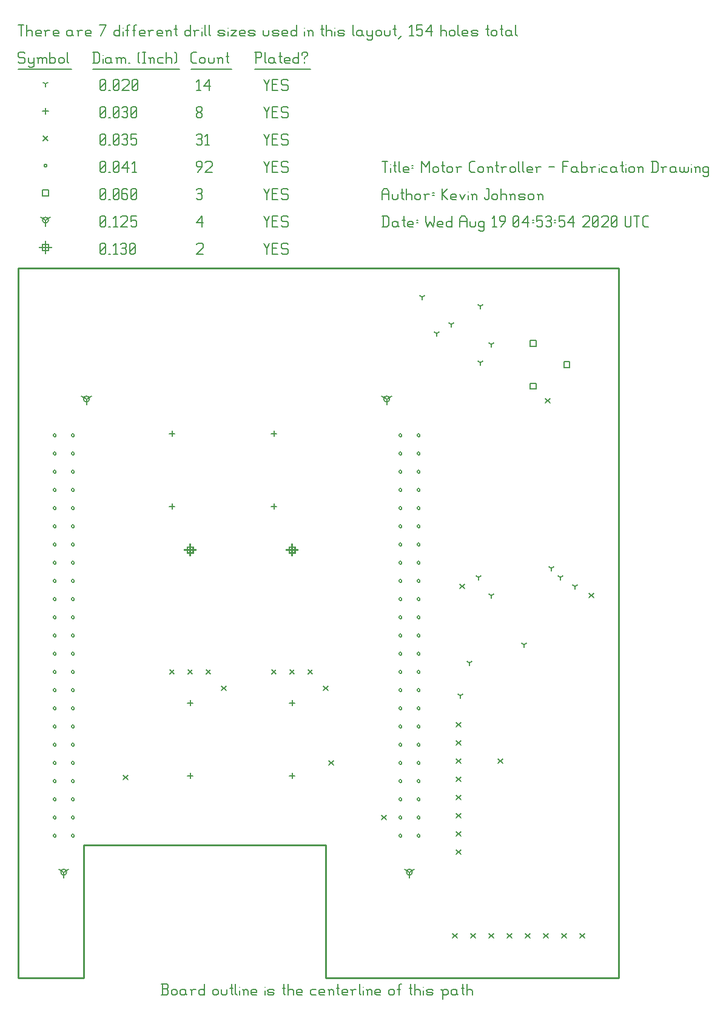
<source format=gbr>
G04 start of page 11 for group -3984 idx -3984 *
G04 Title: Motor Controller, fab *
G04 Creator: pcb 4.0.2 *
G04 CreationDate: Wed Aug 19 04:53:54 2020 UTC *
G04 For: kevin *
G04 Format: Gerber/RS-274X *
G04 PCB-Dimensions (mil): 3300.00 3900.00 *
G04 PCB-Coordinate-Origin: lower left *
%MOIN*%
%FSLAX25Y25*%
%LNFAB*%
%ADD76C,0.0100*%
%ADD75C,0.0075*%
%ADD74C,0.0060*%
%ADD73R,0.0080X0.0080*%
G54D73*X150500Y238200D02*Y231800D01*
X147300Y235000D02*X153700D01*
X148900Y236600D02*X152100D01*
X148900D02*Y233400D01*
X152100D01*
Y236600D02*Y233400D01*
X94500Y238200D02*Y231800D01*
X91300Y235000D02*X97700D01*
X92900Y236600D02*X96100D01*
X92900D02*Y233400D01*
X96100D01*
Y236600D02*Y233400D01*
X15000Y404450D02*Y398050D01*
X11800Y401250D02*X18200D01*
X13400Y402850D02*X16600D01*
X13400D02*Y399650D01*
X16600D01*
Y402850D02*Y399650D01*
G54D74*X135000Y403500D02*X136500Y400500D01*
X138000Y403500D01*
X136500Y400500D02*Y397500D01*
X139800Y400800D02*X142050D01*
X139800Y397500D02*X142800D01*
X139800Y403500D02*Y397500D01*
Y403500D02*X142800D01*
X147600D02*X148350Y402750D01*
X145350Y403500D02*X147600D01*
X144600Y402750D02*X145350Y403500D01*
X144600Y402750D02*Y401250D01*
X145350Y400500D01*
X147600D01*
X148350Y399750D01*
Y398250D01*
X147600Y397500D02*X148350Y398250D01*
X145350Y397500D02*X147600D01*
X144600Y398250D02*X145350Y397500D01*
X98000Y402750D02*X98750Y403500D01*
X101000D01*
X101750Y402750D01*
Y401250D01*
X98000Y397500D02*X101750Y401250D01*
X98000Y397500D02*X101750D01*
X45000Y398250D02*X45750Y397500D01*
X45000Y402750D02*Y398250D01*
Y402750D02*X45750Y403500D01*
X47250D01*
X48000Y402750D01*
Y398250D01*
X47250Y397500D02*X48000Y398250D01*
X45750Y397500D02*X47250D01*
X45000Y399000D02*X48000Y402000D01*
X49800Y397500D02*X50550D01*
X52350Y402300D02*X53550Y403500D01*
Y397500D01*
X52350D02*X54600D01*
X56400Y402750D02*X57150Y403500D01*
X58650D01*
X59400Y402750D01*
X58650Y397500D02*X59400Y398250D01*
X57150Y397500D02*X58650D01*
X56400Y398250D02*X57150Y397500D01*
Y400800D02*X58650D01*
X59400Y402750D02*Y401550D01*
Y400050D02*Y398250D01*
Y400050D02*X58650Y400800D01*
X59400Y401550D02*X58650Y400800D01*
X61200Y398250D02*X61950Y397500D01*
X61200Y402750D02*Y398250D01*
Y402750D02*X61950Y403500D01*
X63450D01*
X64200Y402750D01*
Y398250D01*
X63450Y397500D02*X64200Y398250D01*
X61950Y397500D02*X63450D01*
X61200Y399000D02*X64200Y402000D01*
X25000Y58000D02*Y54800D01*
Y58000D02*X27773Y59600D01*
X25000Y58000D02*X22227Y59600D01*
X23400Y58000D02*G75*G03X26600Y58000I1600J0D01*G01*
G75*G03X23400Y58000I-1600J0D01*G01*
X215000D02*Y54800D01*
Y58000D02*X217773Y59600D01*
X215000Y58000D02*X212227Y59600D01*
X213400Y58000D02*G75*G03X216600Y58000I1600J0D01*G01*
G75*G03X213400Y58000I-1600J0D01*G01*
X202500Y318000D02*Y314800D01*
Y318000D02*X205273Y319600D01*
X202500Y318000D02*X199727Y319600D01*
X200900Y318000D02*G75*G03X204100Y318000I1600J0D01*G01*
G75*G03X200900Y318000I-1600J0D01*G01*
X37500D02*Y314800D01*
Y318000D02*X40273Y319600D01*
X37500Y318000D02*X34727Y319600D01*
X35900Y318000D02*G75*G03X39100Y318000I1600J0D01*G01*
G75*G03X35900Y318000I-1600J0D01*G01*
X15000Y416250D02*Y413050D01*
Y416250D02*X17773Y417850D01*
X15000Y416250D02*X12227Y417850D01*
X13400Y416250D02*G75*G03X16600Y416250I1600J0D01*G01*
G75*G03X13400Y416250I-1600J0D01*G01*
X135000Y418500D02*X136500Y415500D01*
X138000Y418500D01*
X136500Y415500D02*Y412500D01*
X139800Y415800D02*X142050D01*
X139800Y412500D02*X142800D01*
X139800Y418500D02*Y412500D01*
Y418500D02*X142800D01*
X147600D02*X148350Y417750D01*
X145350Y418500D02*X147600D01*
X144600Y417750D02*X145350Y418500D01*
X144600Y417750D02*Y416250D01*
X145350Y415500D01*
X147600D01*
X148350Y414750D01*
Y413250D01*
X147600Y412500D02*X148350Y413250D01*
X145350Y412500D02*X147600D01*
X144600Y413250D02*X145350Y412500D01*
X98000Y414750D02*X101000Y418500D01*
X98000Y414750D02*X101750D01*
X101000Y418500D02*Y412500D01*
X45000Y413250D02*X45750Y412500D01*
X45000Y417750D02*Y413250D01*
Y417750D02*X45750Y418500D01*
X47250D01*
X48000Y417750D01*
Y413250D01*
X47250Y412500D02*X48000Y413250D01*
X45750Y412500D02*X47250D01*
X45000Y414000D02*X48000Y417000D01*
X49800Y412500D02*X50550D01*
X52350Y417300D02*X53550Y418500D01*
Y412500D01*
X52350D02*X54600D01*
X56400Y417750D02*X57150Y418500D01*
X59400D01*
X60150Y417750D01*
Y416250D01*
X56400Y412500D02*X60150Y416250D01*
X56400Y412500D02*X60150D01*
X61950Y418500D02*X64950D01*
X61950D02*Y415500D01*
X62700Y416250D01*
X64200D01*
X64950Y415500D01*
Y413250D01*
X64200Y412500D02*X64950Y413250D01*
X62700Y412500D02*X64200D01*
X61950Y413250D02*X62700Y412500D01*
X299904Y338411D02*X303104D01*
X299904D02*Y335211D01*
X303104D01*
Y338411D02*Y335211D01*
X281400Y350222D02*X284600D01*
X281400D02*Y347022D01*
X284600D01*
Y350222D02*Y347022D01*
X281400Y326600D02*X284600D01*
X281400D02*Y323400D01*
X284600D01*
Y326600D02*Y323400D01*
X13400Y432850D02*X16600D01*
X13400D02*Y429650D01*
X16600D01*
Y432850D02*Y429650D01*
X135000Y433500D02*X136500Y430500D01*
X138000Y433500D01*
X136500Y430500D02*Y427500D01*
X139800Y430800D02*X142050D01*
X139800Y427500D02*X142800D01*
X139800Y433500D02*Y427500D01*
Y433500D02*X142800D01*
X147600D02*X148350Y432750D01*
X145350Y433500D02*X147600D01*
X144600Y432750D02*X145350Y433500D01*
X144600Y432750D02*Y431250D01*
X145350Y430500D01*
X147600D01*
X148350Y429750D01*
Y428250D01*
X147600Y427500D02*X148350Y428250D01*
X145350Y427500D02*X147600D01*
X144600Y428250D02*X145350Y427500D01*
X98000Y432750D02*X98750Y433500D01*
X100250D01*
X101000Y432750D01*
X100250Y427500D02*X101000Y428250D01*
X98750Y427500D02*X100250D01*
X98000Y428250D02*X98750Y427500D01*
Y430800D02*X100250D01*
X101000Y432750D02*Y431550D01*
Y430050D02*Y428250D01*
Y430050D02*X100250Y430800D01*
X101000Y431550D02*X100250Y430800D01*
X45000Y428250D02*X45750Y427500D01*
X45000Y432750D02*Y428250D01*
Y432750D02*X45750Y433500D01*
X47250D01*
X48000Y432750D01*
Y428250D01*
X47250Y427500D02*X48000Y428250D01*
X45750Y427500D02*X47250D01*
X45000Y429000D02*X48000Y432000D01*
X49800Y427500D02*X50550D01*
X52350Y428250D02*X53100Y427500D01*
X52350Y432750D02*Y428250D01*
Y432750D02*X53100Y433500D01*
X54600D01*
X55350Y432750D01*
Y428250D01*
X54600Y427500D02*X55350Y428250D01*
X53100Y427500D02*X54600D01*
X52350Y429000D02*X55350Y432000D01*
X59400Y433500D02*X60150Y432750D01*
X57900Y433500D02*X59400D01*
X57150Y432750D02*X57900Y433500D01*
X57150Y432750D02*Y428250D01*
X57900Y427500D01*
X59400Y430800D02*X60150Y430050D01*
X57150Y430800D02*X59400D01*
X57900Y427500D02*X59400D01*
X60150Y428250D01*
Y430050D02*Y428250D01*
X61950D02*X62700Y427500D01*
X61950Y432750D02*Y428250D01*
Y432750D02*X62700Y433500D01*
X64200D01*
X64950Y432750D01*
Y428250D01*
X64200Y427500D02*X64950Y428250D01*
X62700Y427500D02*X64200D01*
X61950Y429000D02*X64950Y432000D01*
X29200Y78000D02*G75*G03X30800Y78000I800J0D01*G01*
G75*G03X29200Y78000I-800J0D01*G01*
X19200D02*G75*G03X20800Y78000I800J0D01*G01*
G75*G03X19200Y78000I-800J0D01*G01*
X219200D02*G75*G03X220800Y78000I800J0D01*G01*
G75*G03X219200Y78000I-800J0D01*G01*
X209200Y298000D02*G75*G03X210800Y298000I800J0D01*G01*
G75*G03X209200Y298000I-800J0D01*G01*
X219200D02*G75*G03X220800Y298000I800J0D01*G01*
G75*G03X219200Y298000I-800J0D01*G01*
X29200D02*G75*G03X30800Y298000I800J0D01*G01*
G75*G03X29200Y298000I-800J0D01*G01*
X19200D02*G75*G03X20800Y298000I800J0D01*G01*
G75*G03X19200Y298000I-800J0D01*G01*
Y88000D02*G75*G03X20800Y88000I800J0D01*G01*
G75*G03X19200Y88000I-800J0D01*G01*
Y98000D02*G75*G03X20800Y98000I800J0D01*G01*
G75*G03X19200Y98000I-800J0D01*G01*
Y108000D02*G75*G03X20800Y108000I800J0D01*G01*
G75*G03X19200Y108000I-800J0D01*G01*
Y118000D02*G75*G03X20800Y118000I800J0D01*G01*
G75*G03X19200Y118000I-800J0D01*G01*
Y128000D02*G75*G03X20800Y128000I800J0D01*G01*
G75*G03X19200Y128000I-800J0D01*G01*
Y138000D02*G75*G03X20800Y138000I800J0D01*G01*
G75*G03X19200Y138000I-800J0D01*G01*
Y148000D02*G75*G03X20800Y148000I800J0D01*G01*
G75*G03X19200Y148000I-800J0D01*G01*
Y158000D02*G75*G03X20800Y158000I800J0D01*G01*
G75*G03X19200Y158000I-800J0D01*G01*
Y168000D02*G75*G03X20800Y168000I800J0D01*G01*
G75*G03X19200Y168000I-800J0D01*G01*
Y178000D02*G75*G03X20800Y178000I800J0D01*G01*
G75*G03X19200Y178000I-800J0D01*G01*
Y188000D02*G75*G03X20800Y188000I800J0D01*G01*
G75*G03X19200Y188000I-800J0D01*G01*
Y198000D02*G75*G03X20800Y198000I800J0D01*G01*
G75*G03X19200Y198000I-800J0D01*G01*
Y208000D02*G75*G03X20800Y208000I800J0D01*G01*
G75*G03X19200Y208000I-800J0D01*G01*
Y218000D02*G75*G03X20800Y218000I800J0D01*G01*
G75*G03X19200Y218000I-800J0D01*G01*
Y228000D02*G75*G03X20800Y228000I800J0D01*G01*
G75*G03X19200Y228000I-800J0D01*G01*
Y238000D02*G75*G03X20800Y238000I800J0D01*G01*
G75*G03X19200Y238000I-800J0D01*G01*
Y248000D02*G75*G03X20800Y248000I800J0D01*G01*
G75*G03X19200Y248000I-800J0D01*G01*
Y258000D02*G75*G03X20800Y258000I800J0D01*G01*
G75*G03X19200Y258000I-800J0D01*G01*
Y268000D02*G75*G03X20800Y268000I800J0D01*G01*
G75*G03X19200Y268000I-800J0D01*G01*
Y278000D02*G75*G03X20800Y278000I800J0D01*G01*
G75*G03X19200Y278000I-800J0D01*G01*
Y288000D02*G75*G03X20800Y288000I800J0D01*G01*
G75*G03X19200Y288000I-800J0D01*G01*
X29200Y88000D02*G75*G03X30800Y88000I800J0D01*G01*
G75*G03X29200Y88000I-800J0D01*G01*
Y98000D02*G75*G03X30800Y98000I800J0D01*G01*
G75*G03X29200Y98000I-800J0D01*G01*
Y108000D02*G75*G03X30800Y108000I800J0D01*G01*
G75*G03X29200Y108000I-800J0D01*G01*
Y118000D02*G75*G03X30800Y118000I800J0D01*G01*
G75*G03X29200Y118000I-800J0D01*G01*
Y128000D02*G75*G03X30800Y128000I800J0D01*G01*
G75*G03X29200Y128000I-800J0D01*G01*
Y138000D02*G75*G03X30800Y138000I800J0D01*G01*
G75*G03X29200Y138000I-800J0D01*G01*
Y148000D02*G75*G03X30800Y148000I800J0D01*G01*
G75*G03X29200Y148000I-800J0D01*G01*
Y158000D02*G75*G03X30800Y158000I800J0D01*G01*
G75*G03X29200Y158000I-800J0D01*G01*
Y168000D02*G75*G03X30800Y168000I800J0D01*G01*
G75*G03X29200Y168000I-800J0D01*G01*
Y178000D02*G75*G03X30800Y178000I800J0D01*G01*
G75*G03X29200Y178000I-800J0D01*G01*
Y188000D02*G75*G03X30800Y188000I800J0D01*G01*
G75*G03X29200Y188000I-800J0D01*G01*
Y198000D02*G75*G03X30800Y198000I800J0D01*G01*
G75*G03X29200Y198000I-800J0D01*G01*
Y208000D02*G75*G03X30800Y208000I800J0D01*G01*
G75*G03X29200Y208000I-800J0D01*G01*
Y218000D02*G75*G03X30800Y218000I800J0D01*G01*
G75*G03X29200Y218000I-800J0D01*G01*
Y228000D02*G75*G03X30800Y228000I800J0D01*G01*
G75*G03X29200Y228000I-800J0D01*G01*
Y238000D02*G75*G03X30800Y238000I800J0D01*G01*
G75*G03X29200Y238000I-800J0D01*G01*
Y248000D02*G75*G03X30800Y248000I800J0D01*G01*
G75*G03X29200Y248000I-800J0D01*G01*
Y258000D02*G75*G03X30800Y258000I800J0D01*G01*
G75*G03X29200Y258000I-800J0D01*G01*
Y268000D02*G75*G03X30800Y268000I800J0D01*G01*
G75*G03X29200Y268000I-800J0D01*G01*
Y278000D02*G75*G03X30800Y278000I800J0D01*G01*
G75*G03X29200Y278000I-800J0D01*G01*
Y288000D02*G75*G03X30800Y288000I800J0D01*G01*
G75*G03X29200Y288000I-800J0D01*G01*
X209200Y88000D02*G75*G03X210800Y88000I800J0D01*G01*
G75*G03X209200Y88000I-800J0D01*G01*
Y98000D02*G75*G03X210800Y98000I800J0D01*G01*
G75*G03X209200Y98000I-800J0D01*G01*
Y108000D02*G75*G03X210800Y108000I800J0D01*G01*
G75*G03X209200Y108000I-800J0D01*G01*
Y118000D02*G75*G03X210800Y118000I800J0D01*G01*
G75*G03X209200Y118000I-800J0D01*G01*
Y128000D02*G75*G03X210800Y128000I800J0D01*G01*
G75*G03X209200Y128000I-800J0D01*G01*
Y138000D02*G75*G03X210800Y138000I800J0D01*G01*
G75*G03X209200Y138000I-800J0D01*G01*
Y148000D02*G75*G03X210800Y148000I800J0D01*G01*
G75*G03X209200Y148000I-800J0D01*G01*
Y158000D02*G75*G03X210800Y158000I800J0D01*G01*
G75*G03X209200Y158000I-800J0D01*G01*
Y168000D02*G75*G03X210800Y168000I800J0D01*G01*
G75*G03X209200Y168000I-800J0D01*G01*
Y178000D02*G75*G03X210800Y178000I800J0D01*G01*
G75*G03X209200Y178000I-800J0D01*G01*
Y188000D02*G75*G03X210800Y188000I800J0D01*G01*
G75*G03X209200Y188000I-800J0D01*G01*
Y198000D02*G75*G03X210800Y198000I800J0D01*G01*
G75*G03X209200Y198000I-800J0D01*G01*
Y208000D02*G75*G03X210800Y208000I800J0D01*G01*
G75*G03X209200Y208000I-800J0D01*G01*
Y218000D02*G75*G03X210800Y218000I800J0D01*G01*
G75*G03X209200Y218000I-800J0D01*G01*
Y228000D02*G75*G03X210800Y228000I800J0D01*G01*
G75*G03X209200Y228000I-800J0D01*G01*
Y238000D02*G75*G03X210800Y238000I800J0D01*G01*
G75*G03X209200Y238000I-800J0D01*G01*
Y248000D02*G75*G03X210800Y248000I800J0D01*G01*
G75*G03X209200Y248000I-800J0D01*G01*
Y258000D02*G75*G03X210800Y258000I800J0D01*G01*
G75*G03X209200Y258000I-800J0D01*G01*
Y268000D02*G75*G03X210800Y268000I800J0D01*G01*
G75*G03X209200Y268000I-800J0D01*G01*
Y278000D02*G75*G03X210800Y278000I800J0D01*G01*
G75*G03X209200Y278000I-800J0D01*G01*
Y288000D02*G75*G03X210800Y288000I800J0D01*G01*
G75*G03X209200Y288000I-800J0D01*G01*
X219200D02*G75*G03X220800Y288000I800J0D01*G01*
G75*G03X219200Y288000I-800J0D01*G01*
Y278000D02*G75*G03X220800Y278000I800J0D01*G01*
G75*G03X219200Y278000I-800J0D01*G01*
Y268000D02*G75*G03X220800Y268000I800J0D01*G01*
G75*G03X219200Y268000I-800J0D01*G01*
Y258000D02*G75*G03X220800Y258000I800J0D01*G01*
G75*G03X219200Y258000I-800J0D01*G01*
Y248000D02*G75*G03X220800Y248000I800J0D01*G01*
G75*G03X219200Y248000I-800J0D01*G01*
Y238000D02*G75*G03X220800Y238000I800J0D01*G01*
G75*G03X219200Y238000I-800J0D01*G01*
Y218000D02*G75*G03X220800Y218000I800J0D01*G01*
G75*G03X219200Y218000I-800J0D01*G01*
Y228000D02*G75*G03X220800Y228000I800J0D01*G01*
G75*G03X219200Y228000I-800J0D01*G01*
Y208000D02*G75*G03X220800Y208000I800J0D01*G01*
G75*G03X219200Y208000I-800J0D01*G01*
Y198000D02*G75*G03X220800Y198000I800J0D01*G01*
G75*G03X219200Y198000I-800J0D01*G01*
Y188000D02*G75*G03X220800Y188000I800J0D01*G01*
G75*G03X219200Y188000I-800J0D01*G01*
Y178000D02*G75*G03X220800Y178000I800J0D01*G01*
G75*G03X219200Y178000I-800J0D01*G01*
Y168000D02*G75*G03X220800Y168000I800J0D01*G01*
G75*G03X219200Y168000I-800J0D01*G01*
Y158000D02*G75*G03X220800Y158000I800J0D01*G01*
G75*G03X219200Y158000I-800J0D01*G01*
Y148000D02*G75*G03X220800Y148000I800J0D01*G01*
G75*G03X219200Y148000I-800J0D01*G01*
Y138000D02*G75*G03X220800Y138000I800J0D01*G01*
G75*G03X219200Y138000I-800J0D01*G01*
Y128000D02*G75*G03X220800Y128000I800J0D01*G01*
G75*G03X219200Y128000I-800J0D01*G01*
Y118000D02*G75*G03X220800Y118000I800J0D01*G01*
G75*G03X219200Y118000I-800J0D01*G01*
Y98000D02*G75*G03X220800Y98000I800J0D01*G01*
G75*G03X219200Y98000I-800J0D01*G01*
Y108000D02*G75*G03X220800Y108000I800J0D01*G01*
G75*G03X219200Y108000I-800J0D01*G01*
Y88000D02*G75*G03X220800Y88000I800J0D01*G01*
G75*G03X219200Y88000I-800J0D01*G01*
X209200Y78000D02*G75*G03X210800Y78000I800J0D01*G01*
G75*G03X209200Y78000I-800J0D01*G01*
X14200Y446250D02*G75*G03X15800Y446250I800J0D01*G01*
G75*G03X14200Y446250I-800J0D01*G01*
X135000Y448500D02*X136500Y445500D01*
X138000Y448500D01*
X136500Y445500D02*Y442500D01*
X139800Y445800D02*X142050D01*
X139800Y442500D02*X142800D01*
X139800Y448500D02*Y442500D01*
Y448500D02*X142800D01*
X147600D02*X148350Y447750D01*
X145350Y448500D02*X147600D01*
X144600Y447750D02*X145350Y448500D01*
X144600Y447750D02*Y446250D01*
X145350Y445500D01*
X147600D01*
X148350Y444750D01*
Y443250D01*
X147600Y442500D02*X148350Y443250D01*
X145350Y442500D02*X147600D01*
X144600Y443250D02*X145350Y442500D01*
X98750D02*X101000Y445500D01*
Y447750D02*Y445500D01*
X100250Y448500D02*X101000Y447750D01*
X98750Y448500D02*X100250D01*
X98000Y447750D02*X98750Y448500D01*
X98000Y447750D02*Y446250D01*
X98750Y445500D01*
X101000D01*
X102800Y447750D02*X103550Y448500D01*
X105800D01*
X106550Y447750D01*
Y446250D01*
X102800Y442500D02*X106550Y446250D01*
X102800Y442500D02*X106550D01*
X45000Y443250D02*X45750Y442500D01*
X45000Y447750D02*Y443250D01*
Y447750D02*X45750Y448500D01*
X47250D01*
X48000Y447750D01*
Y443250D01*
X47250Y442500D02*X48000Y443250D01*
X45750Y442500D02*X47250D01*
X45000Y444000D02*X48000Y447000D01*
X49800Y442500D02*X50550D01*
X52350Y443250D02*X53100Y442500D01*
X52350Y447750D02*Y443250D01*
Y447750D02*X53100Y448500D01*
X54600D01*
X55350Y447750D01*
Y443250D01*
X54600Y442500D02*X55350Y443250D01*
X53100Y442500D02*X54600D01*
X52350Y444000D02*X55350Y447000D01*
X57150Y444750D02*X60150Y448500D01*
X57150Y444750D02*X60900D01*
X60150Y448500D02*Y442500D01*
X62700Y447300D02*X63900Y448500D01*
Y442500D01*
X62700D02*X64950D01*
X278800Y24200D02*X281200Y21800D01*
X278800D02*X281200Y24200D01*
X308800D02*X311200Y21800D01*
X308800D02*X311200Y24200D01*
X298800D02*X301200Y21800D01*
X298800D02*X301200Y24200D01*
X288800D02*X291200Y21800D01*
X288800D02*X291200Y24200D01*
X268800D02*X271200Y21800D01*
X268800D02*X271200Y24200D01*
X258800D02*X261200Y21800D01*
X258800D02*X261200Y24200D01*
X248800D02*X251200Y21800D01*
X248800D02*X251200Y24200D01*
X238800D02*X241200Y21800D01*
X238800D02*X241200Y24200D01*
X139300Y169200D02*X141700Y166800D01*
X139300D02*X141700Y169200D01*
X149300D02*X151700Y166800D01*
X149300D02*X151700Y169200D01*
X159300D02*X161700Y166800D01*
X159300D02*X161700Y169200D01*
X83300D02*X85700Y166800D01*
X83300D02*X85700Y169200D01*
X93300D02*X95700Y166800D01*
X93300D02*X95700Y169200D01*
X103300D02*X105700Y166800D01*
X103300D02*X105700Y169200D01*
X240800Y140200D02*X243200Y137800D01*
X240800D02*X243200Y140200D01*
X240800Y130200D02*X243200Y127800D01*
X240800D02*X243200Y130200D01*
X240800Y120200D02*X243200Y117800D01*
X240800D02*X243200Y120200D01*
X240800Y110200D02*X243200Y107800D01*
X240800D02*X243200Y110200D01*
X240800Y100200D02*X243200Y97800D01*
X240800D02*X243200Y100200D01*
X240800Y90200D02*X243200Y87800D01*
X240800D02*X243200Y90200D01*
X240800Y80200D02*X243200Y77800D01*
X240800D02*X243200Y80200D01*
X240800Y70200D02*X243200Y67800D01*
X240800D02*X243200Y70200D01*
X167800Y160200D02*X170200Y157800D01*
X167800D02*X170200Y160200D01*
X111800D02*X114200Y157800D01*
X111800D02*X114200Y160200D01*
X313800Y211200D02*X316200Y208800D01*
X313800D02*X316200Y211200D01*
X289800Y318200D02*X292200Y315800D01*
X289800D02*X292200Y318200D01*
X263800Y120200D02*X266200Y117800D01*
X263800D02*X266200Y120200D01*
X170800Y119200D02*X173200Y116800D01*
X170800D02*X173200Y119200D01*
X57800Y111200D02*X60200Y108800D01*
X57800D02*X60200Y111200D01*
X242800Y216200D02*X245200Y213800D01*
X242800D02*X245200Y216200D01*
X199800Y89200D02*X202200Y86800D01*
X199800D02*X202200Y89200D01*
X13800Y462450D02*X16200Y460050D01*
X13800D02*X16200Y462450D01*
X135000Y463500D02*X136500Y460500D01*
X138000Y463500D01*
X136500Y460500D02*Y457500D01*
X139800Y460800D02*X142050D01*
X139800Y457500D02*X142800D01*
X139800Y463500D02*Y457500D01*
Y463500D02*X142800D01*
X147600D02*X148350Y462750D01*
X145350Y463500D02*X147600D01*
X144600Y462750D02*X145350Y463500D01*
X144600Y462750D02*Y461250D01*
X145350Y460500D01*
X147600D01*
X148350Y459750D01*
Y458250D01*
X147600Y457500D02*X148350Y458250D01*
X145350Y457500D02*X147600D01*
X144600Y458250D02*X145350Y457500D01*
X98000Y462750D02*X98750Y463500D01*
X100250D01*
X101000Y462750D01*
X100250Y457500D02*X101000Y458250D01*
X98750Y457500D02*X100250D01*
X98000Y458250D02*X98750Y457500D01*
Y460800D02*X100250D01*
X101000Y462750D02*Y461550D01*
Y460050D02*Y458250D01*
Y460050D02*X100250Y460800D01*
X101000Y461550D02*X100250Y460800D01*
X102800Y462300D02*X104000Y463500D01*
Y457500D01*
X102800D02*X105050D01*
X45000Y458250D02*X45750Y457500D01*
X45000Y462750D02*Y458250D01*
Y462750D02*X45750Y463500D01*
X47250D01*
X48000Y462750D01*
Y458250D01*
X47250Y457500D02*X48000Y458250D01*
X45750Y457500D02*X47250D01*
X45000Y459000D02*X48000Y462000D01*
X49800Y457500D02*X50550D01*
X52350Y458250D02*X53100Y457500D01*
X52350Y462750D02*Y458250D01*
Y462750D02*X53100Y463500D01*
X54600D01*
X55350Y462750D01*
Y458250D01*
X54600Y457500D02*X55350Y458250D01*
X53100Y457500D02*X54600D01*
X52350Y459000D02*X55350Y462000D01*
X57150Y462750D02*X57900Y463500D01*
X59400D01*
X60150Y462750D01*
X59400Y457500D02*X60150Y458250D01*
X57900Y457500D02*X59400D01*
X57150Y458250D02*X57900Y457500D01*
Y460800D02*X59400D01*
X60150Y462750D02*Y461550D01*
Y460050D02*Y458250D01*
Y460050D02*X59400Y460800D01*
X60150Y461550D02*X59400Y460800D01*
X61950Y463500D02*X64950D01*
X61950D02*Y460500D01*
X62700Y461250D01*
X64200D01*
X64950Y460500D01*
Y458250D01*
X64200Y457500D02*X64950Y458250D01*
X62700Y457500D02*X64200D01*
X61950Y458250D02*X62700Y457500D01*
X84500Y260600D02*Y257400D01*
X82900Y259000D02*X86100D01*
X84500Y300600D02*Y297400D01*
X82900Y299000D02*X86100D01*
X140500Y260600D02*Y257400D01*
X138900Y259000D02*X142100D01*
X140500Y300600D02*Y297400D01*
X138900Y299000D02*X142100D01*
X150500Y152600D02*Y149400D01*
X148900Y151000D02*X152100D01*
X150500Y112600D02*Y109400D01*
X148900Y111000D02*X152100D01*
X94500Y152600D02*Y149400D01*
X92900Y151000D02*X96100D01*
X94500Y112600D02*Y109400D01*
X92900Y111000D02*X96100D01*
X15000Y477850D02*Y474650D01*
X13400Y476250D02*X16600D01*
X135000Y478500D02*X136500Y475500D01*
X138000Y478500D01*
X136500Y475500D02*Y472500D01*
X139800Y475800D02*X142050D01*
X139800Y472500D02*X142800D01*
X139800Y478500D02*Y472500D01*
Y478500D02*X142800D01*
X147600D02*X148350Y477750D01*
X145350Y478500D02*X147600D01*
X144600Y477750D02*X145350Y478500D01*
X144600Y477750D02*Y476250D01*
X145350Y475500D01*
X147600D01*
X148350Y474750D01*
Y473250D01*
X147600Y472500D02*X148350Y473250D01*
X145350Y472500D02*X147600D01*
X144600Y473250D02*X145350Y472500D01*
X98000Y473250D02*X98750Y472500D01*
X98000Y474450D02*Y473250D01*
Y474450D02*X99050Y475500D01*
X99950D01*
X101000Y474450D01*
Y473250D01*
X100250Y472500D02*X101000Y473250D01*
X98750Y472500D02*X100250D01*
X98000Y476550D02*X99050Y475500D01*
X98000Y477750D02*Y476550D01*
Y477750D02*X98750Y478500D01*
X100250D01*
X101000Y477750D01*
Y476550D01*
X99950Y475500D02*X101000Y476550D01*
X45000Y473250D02*X45750Y472500D01*
X45000Y477750D02*Y473250D01*
Y477750D02*X45750Y478500D01*
X47250D01*
X48000Y477750D01*
Y473250D01*
X47250Y472500D02*X48000Y473250D01*
X45750Y472500D02*X47250D01*
X45000Y474000D02*X48000Y477000D01*
X49800Y472500D02*X50550D01*
X52350Y473250D02*X53100Y472500D01*
X52350Y477750D02*Y473250D01*
Y477750D02*X53100Y478500D01*
X54600D01*
X55350Y477750D01*
Y473250D01*
X54600Y472500D02*X55350Y473250D01*
X53100Y472500D02*X54600D01*
X52350Y474000D02*X55350Y477000D01*
X57150Y477750D02*X57900Y478500D01*
X59400D01*
X60150Y477750D01*
X59400Y472500D02*X60150Y473250D01*
X57900Y472500D02*X59400D01*
X57150Y473250D02*X57900Y472500D01*
Y475800D02*X59400D01*
X60150Y477750D02*Y476550D01*
Y475050D02*Y473250D01*
Y475050D02*X59400Y475800D01*
X60150Y476550D02*X59400Y475800D01*
X61950Y473250D02*X62700Y472500D01*
X61950Y477750D02*Y473250D01*
Y477750D02*X62700Y478500D01*
X64200D01*
X64950Y477750D01*
Y473250D01*
X64200Y472500D02*X64950Y473250D01*
X62700Y472500D02*X64200D01*
X61950Y474000D02*X64950Y477000D01*
X298000Y220000D02*Y218400D01*
Y220000D02*X299387Y220800D01*
X298000Y220000D02*X296613Y220800D01*
X238000Y359000D02*Y357400D01*
Y359000D02*X239387Y359800D01*
X238000Y359000D02*X236613Y359800D01*
X230000Y354000D02*Y352400D01*
Y354000D02*X231387Y354800D01*
X230000Y354000D02*X228613Y354800D01*
X254000Y369000D02*Y367400D01*
Y369000D02*X255387Y369800D01*
X254000Y369000D02*X252613Y369800D01*
X260000Y348000D02*Y346400D01*
Y348000D02*X261387Y348800D01*
X260000Y348000D02*X258613Y348800D01*
X254000Y338000D02*Y336400D01*
Y338000D02*X255387Y338800D01*
X254000Y338000D02*X252613Y338800D01*
X248000Y173000D02*Y171400D01*
Y173000D02*X249387Y173800D01*
X248000Y173000D02*X246613Y173800D01*
X278000Y183000D02*Y181400D01*
Y183000D02*X279387Y183800D01*
X278000Y183000D02*X276613Y183800D01*
X243000Y155000D02*Y153400D01*
Y155000D02*X244387Y155800D01*
X243000Y155000D02*X241613Y155800D01*
X260000Y210000D02*Y208400D01*
Y210000D02*X261387Y210800D01*
X260000Y210000D02*X258613Y210800D01*
X253000Y220000D02*Y218400D01*
Y220000D02*X254387Y220800D01*
X253000Y220000D02*X251613Y220800D01*
X293000Y225000D02*Y223400D01*
Y225000D02*X294387Y225800D01*
X293000Y225000D02*X291613Y225800D01*
X306000Y215000D02*Y213400D01*
Y215000D02*X307387Y215800D01*
X306000Y215000D02*X304613Y215800D01*
X222000Y374000D02*Y372400D01*
Y374000D02*X223387Y374800D01*
X222000Y374000D02*X220613Y374800D01*
X15000Y491250D02*Y489650D01*
Y491250D02*X16387Y492050D01*
X15000Y491250D02*X13613Y492050D01*
X135000Y493500D02*X136500Y490500D01*
X138000Y493500D01*
X136500Y490500D02*Y487500D01*
X139800Y490800D02*X142050D01*
X139800Y487500D02*X142800D01*
X139800Y493500D02*Y487500D01*
Y493500D02*X142800D01*
X147600D02*X148350Y492750D01*
X145350Y493500D02*X147600D01*
X144600Y492750D02*X145350Y493500D01*
X144600Y492750D02*Y491250D01*
X145350Y490500D01*
X147600D01*
X148350Y489750D01*
Y488250D01*
X147600Y487500D02*X148350Y488250D01*
X145350Y487500D02*X147600D01*
X144600Y488250D02*X145350Y487500D01*
X98000Y492300D02*X99200Y493500D01*
Y487500D01*
X98000D02*X100250D01*
X102050Y489750D02*X105050Y493500D01*
X102050Y489750D02*X105800D01*
X105050Y493500D02*Y487500D01*
X45000Y488250D02*X45750Y487500D01*
X45000Y492750D02*Y488250D01*
Y492750D02*X45750Y493500D01*
X47250D01*
X48000Y492750D01*
Y488250D01*
X47250Y487500D02*X48000Y488250D01*
X45750Y487500D02*X47250D01*
X45000Y489000D02*X48000Y492000D01*
X49800Y487500D02*X50550D01*
X52350Y488250D02*X53100Y487500D01*
X52350Y492750D02*Y488250D01*
Y492750D02*X53100Y493500D01*
X54600D01*
X55350Y492750D01*
Y488250D01*
X54600Y487500D02*X55350Y488250D01*
X53100Y487500D02*X54600D01*
X52350Y489000D02*X55350Y492000D01*
X57150Y492750D02*X57900Y493500D01*
X60150D01*
X60900Y492750D01*
Y491250D01*
X57150Y487500D02*X60900Y491250D01*
X57150Y487500D02*X60900D01*
X62700Y488250D02*X63450Y487500D01*
X62700Y492750D02*Y488250D01*
Y492750D02*X63450Y493500D01*
X64950D01*
X65700Y492750D01*
Y488250D01*
X64950Y487500D02*X65700Y488250D01*
X63450Y487500D02*X64950D01*
X62700Y489000D02*X65700Y492000D01*
X3000Y508500D02*X3750Y507750D01*
X750Y508500D02*X3000D01*
X0Y507750D02*X750Y508500D01*
X0Y507750D02*Y506250D01*
X750Y505500D01*
X3000D01*
X3750Y504750D01*
Y503250D01*
X3000Y502500D02*X3750Y503250D01*
X750Y502500D02*X3000D01*
X0Y503250D02*X750Y502500D01*
X5550Y505500D02*Y503250D01*
X6300Y502500D01*
X8550Y505500D02*Y501000D01*
X7800Y500250D02*X8550Y501000D01*
X6300Y500250D02*X7800D01*
X5550Y501000D02*X6300Y500250D01*
Y502500D02*X7800D01*
X8550Y503250D01*
X11100Y504750D02*Y502500D01*
Y504750D02*X11850Y505500D01*
X12600D01*
X13350Y504750D01*
Y502500D01*
Y504750D02*X14100Y505500D01*
X14850D01*
X15600Y504750D01*
Y502500D01*
X10350Y505500D02*X11100Y504750D01*
X17400Y508500D02*Y502500D01*
Y503250D02*X18150Y502500D01*
X19650D01*
X20400Y503250D01*
Y504750D02*Y503250D01*
X19650Y505500D02*X20400Y504750D01*
X18150Y505500D02*X19650D01*
X17400Y504750D02*X18150Y505500D01*
X22200Y504750D02*Y503250D01*
Y504750D02*X22950Y505500D01*
X24450D01*
X25200Y504750D01*
Y503250D01*
X24450Y502500D02*X25200Y503250D01*
X22950Y502500D02*X24450D01*
X22200Y503250D02*X22950Y502500D01*
X27000Y508500D02*Y503250D01*
X27750Y502500D01*
X0Y499250D02*X29250D01*
X41750Y508500D02*Y502500D01*
X43700Y508500D02*X44750Y507450D01*
Y503550D01*
X43700Y502500D02*X44750Y503550D01*
X41000Y502500D02*X43700D01*
X41000Y508500D02*X43700D01*
G54D75*X46550Y507000D02*Y506850D01*
G54D74*Y504750D02*Y502500D01*
X50300Y505500D02*X51050Y504750D01*
X48800Y505500D02*X50300D01*
X48050Y504750D02*X48800Y505500D01*
X48050Y504750D02*Y503250D01*
X48800Y502500D01*
X51050Y505500D02*Y503250D01*
X51800Y502500D01*
X48800D02*X50300D01*
X51050Y503250D01*
X54350Y504750D02*Y502500D01*
Y504750D02*X55100Y505500D01*
X55850D01*
X56600Y504750D01*
Y502500D01*
Y504750D02*X57350Y505500D01*
X58100D01*
X58850Y504750D01*
Y502500D01*
X53600Y505500D02*X54350Y504750D01*
X60650Y502500D02*X61400D01*
X65900Y503250D02*X66650Y502500D01*
X65900Y507750D02*X66650Y508500D01*
X65900Y507750D02*Y503250D01*
X68450Y508500D02*X69950D01*
X69200D02*Y502500D01*
X68450D02*X69950D01*
X72500Y504750D02*Y502500D01*
Y504750D02*X73250Y505500D01*
X74000D01*
X74750Y504750D01*
Y502500D01*
X71750Y505500D02*X72500Y504750D01*
X77300Y505500D02*X79550D01*
X76550Y504750D02*X77300Y505500D01*
X76550Y504750D02*Y503250D01*
X77300Y502500D01*
X79550D01*
X81350Y508500D02*Y502500D01*
Y504750D02*X82100Y505500D01*
X83600D01*
X84350Y504750D01*
Y502500D01*
X86150Y508500D02*X86900Y507750D01*
Y503250D01*
X86150Y502500D02*X86900Y503250D01*
X41000Y499250D02*X88700D01*
X96050Y502500D02*X98000D01*
X95000Y503550D02*X96050Y502500D01*
X95000Y507450D02*Y503550D01*
Y507450D02*X96050Y508500D01*
X98000D01*
X99800Y504750D02*Y503250D01*
Y504750D02*X100550Y505500D01*
X102050D01*
X102800Y504750D01*
Y503250D01*
X102050Y502500D02*X102800Y503250D01*
X100550Y502500D02*X102050D01*
X99800Y503250D02*X100550Y502500D01*
X104600Y505500D02*Y503250D01*
X105350Y502500D01*
X106850D01*
X107600Y503250D01*
Y505500D02*Y503250D01*
X110150Y504750D02*Y502500D01*
Y504750D02*X110900Y505500D01*
X111650D01*
X112400Y504750D01*
Y502500D01*
X109400Y505500D02*X110150Y504750D01*
X114950Y508500D02*Y503250D01*
X115700Y502500D01*
X114200Y506250D02*X115700D01*
X95000Y499250D02*X117200D01*
X130750Y508500D02*Y502500D01*
X130000Y508500D02*X133000D01*
X133750Y507750D01*
Y506250D01*
X133000Y505500D02*X133750Y506250D01*
X130750Y505500D02*X133000D01*
X135550Y508500D02*Y503250D01*
X136300Y502500D01*
X140050Y505500D02*X140800Y504750D01*
X138550Y505500D02*X140050D01*
X137800Y504750D02*X138550Y505500D01*
X137800Y504750D02*Y503250D01*
X138550Y502500D01*
X140800Y505500D02*Y503250D01*
X141550Y502500D01*
X138550D02*X140050D01*
X140800Y503250D01*
X144100Y508500D02*Y503250D01*
X144850Y502500D01*
X143350Y506250D02*X144850D01*
X147100Y502500D02*X149350D01*
X146350Y503250D02*X147100Y502500D01*
X146350Y504750D02*Y503250D01*
Y504750D02*X147100Y505500D01*
X148600D01*
X149350Y504750D01*
X146350Y504000D02*X149350D01*
Y504750D02*Y504000D01*
X154150Y508500D02*Y502500D01*
X153400D02*X154150Y503250D01*
X151900Y502500D02*X153400D01*
X151150Y503250D02*X151900Y502500D01*
X151150Y504750D02*Y503250D01*
Y504750D02*X151900Y505500D01*
X153400D01*
X154150Y504750D01*
X157450Y505500D02*Y504750D01*
Y503250D02*Y502500D01*
X155950Y507750D02*Y507000D01*
Y507750D02*X156700Y508500D01*
X158200D01*
X158950Y507750D01*
Y507000D01*
X157450Y505500D02*X158950Y507000D01*
X130000Y499250D02*X160750D01*
X0Y523500D02*X3000D01*
X1500D02*Y517500D01*
X4800Y523500D02*Y517500D01*
Y519750D02*X5550Y520500D01*
X7050D01*
X7800Y519750D01*
Y517500D01*
X10350D02*X12600D01*
X9600Y518250D02*X10350Y517500D01*
X9600Y519750D02*Y518250D01*
Y519750D02*X10350Y520500D01*
X11850D01*
X12600Y519750D01*
X9600Y519000D02*X12600D01*
Y519750D02*Y519000D01*
X15150Y519750D02*Y517500D01*
Y519750D02*X15900Y520500D01*
X17400D01*
X14400D02*X15150Y519750D01*
X19950Y517500D02*X22200D01*
X19200Y518250D02*X19950Y517500D01*
X19200Y519750D02*Y518250D01*
Y519750D02*X19950Y520500D01*
X21450D01*
X22200Y519750D01*
X19200Y519000D02*X22200D01*
Y519750D02*Y519000D01*
X28950Y520500D02*X29700Y519750D01*
X27450Y520500D02*X28950D01*
X26700Y519750D02*X27450Y520500D01*
X26700Y519750D02*Y518250D01*
X27450Y517500D01*
X29700Y520500D02*Y518250D01*
X30450Y517500D01*
X27450D02*X28950D01*
X29700Y518250D01*
X33000Y519750D02*Y517500D01*
Y519750D02*X33750Y520500D01*
X35250D01*
X32250D02*X33000Y519750D01*
X37800Y517500D02*X40050D01*
X37050Y518250D02*X37800Y517500D01*
X37050Y519750D02*Y518250D01*
Y519750D02*X37800Y520500D01*
X39300D01*
X40050Y519750D01*
X37050Y519000D02*X40050D01*
Y519750D02*Y519000D01*
X45300Y517500D02*X48300Y523500D01*
X44550D02*X48300D01*
X55800D02*Y517500D01*
X55050D02*X55800Y518250D01*
X53550Y517500D02*X55050D01*
X52800Y518250D02*X53550Y517500D01*
X52800Y519750D02*Y518250D01*
Y519750D02*X53550Y520500D01*
X55050D01*
X55800Y519750D01*
G54D75*X57600Y522000D02*Y521850D01*
G54D74*Y519750D02*Y517500D01*
X59850Y522750D02*Y517500D01*
Y522750D02*X60600Y523500D01*
X61350D01*
X59100Y520500D02*X60600D01*
X63600Y522750D02*Y517500D01*
Y522750D02*X64350Y523500D01*
X65100D01*
X62850Y520500D02*X64350D01*
X67350Y517500D02*X69600D01*
X66600Y518250D02*X67350Y517500D01*
X66600Y519750D02*Y518250D01*
Y519750D02*X67350Y520500D01*
X68850D01*
X69600Y519750D01*
X66600Y519000D02*X69600D01*
Y519750D02*Y519000D01*
X72150Y519750D02*Y517500D01*
Y519750D02*X72900Y520500D01*
X74400D01*
X71400D02*X72150Y519750D01*
X76950Y517500D02*X79200D01*
X76200Y518250D02*X76950Y517500D01*
X76200Y519750D02*Y518250D01*
Y519750D02*X76950Y520500D01*
X78450D01*
X79200Y519750D01*
X76200Y519000D02*X79200D01*
Y519750D02*Y519000D01*
X81750Y519750D02*Y517500D01*
Y519750D02*X82500Y520500D01*
X83250D01*
X84000Y519750D01*
Y517500D01*
X81000Y520500D02*X81750Y519750D01*
X86550Y523500D02*Y518250D01*
X87300Y517500D01*
X85800Y521250D02*X87300D01*
X94500Y523500D02*Y517500D01*
X93750D02*X94500Y518250D01*
X92250Y517500D02*X93750D01*
X91500Y518250D02*X92250Y517500D01*
X91500Y519750D02*Y518250D01*
Y519750D02*X92250Y520500D01*
X93750D01*
X94500Y519750D01*
X97050D02*Y517500D01*
Y519750D02*X97800Y520500D01*
X99300D01*
X96300D02*X97050Y519750D01*
G54D75*X101100Y522000D02*Y521850D01*
G54D74*Y519750D02*Y517500D01*
X102600Y523500D02*Y518250D01*
X103350Y517500D01*
X104850Y523500D02*Y518250D01*
X105600Y517500D01*
X110550D02*X112800D01*
X113550Y518250D01*
X112800Y519000D02*X113550Y518250D01*
X110550Y519000D02*X112800D01*
X109800Y519750D02*X110550Y519000D01*
X109800Y519750D02*X110550Y520500D01*
X112800D01*
X113550Y519750D01*
X109800Y518250D02*X110550Y517500D01*
G54D75*X115350Y522000D02*Y521850D01*
G54D74*Y519750D02*Y517500D01*
X116850Y520500D02*X119850D01*
X116850Y517500D02*X119850Y520500D01*
X116850Y517500D02*X119850D01*
X122400D02*X124650D01*
X121650Y518250D02*X122400Y517500D01*
X121650Y519750D02*Y518250D01*
Y519750D02*X122400Y520500D01*
X123900D01*
X124650Y519750D01*
X121650Y519000D02*X124650D01*
Y519750D02*Y519000D01*
X127200Y517500D02*X129450D01*
X130200Y518250D01*
X129450Y519000D02*X130200Y518250D01*
X127200Y519000D02*X129450D01*
X126450Y519750D02*X127200Y519000D01*
X126450Y519750D02*X127200Y520500D01*
X129450D01*
X130200Y519750D01*
X126450Y518250D02*X127200Y517500D01*
X134700Y520500D02*Y518250D01*
X135450Y517500D01*
X136950D01*
X137700Y518250D01*
Y520500D02*Y518250D01*
X140250Y517500D02*X142500D01*
X143250Y518250D01*
X142500Y519000D02*X143250Y518250D01*
X140250Y519000D02*X142500D01*
X139500Y519750D02*X140250Y519000D01*
X139500Y519750D02*X140250Y520500D01*
X142500D01*
X143250Y519750D01*
X139500Y518250D02*X140250Y517500D01*
X145800D02*X148050D01*
X145050Y518250D02*X145800Y517500D01*
X145050Y519750D02*Y518250D01*
Y519750D02*X145800Y520500D01*
X147300D01*
X148050Y519750D01*
X145050Y519000D02*X148050D01*
Y519750D02*Y519000D01*
X152850Y523500D02*Y517500D01*
X152100D02*X152850Y518250D01*
X150600Y517500D02*X152100D01*
X149850Y518250D02*X150600Y517500D01*
X149850Y519750D02*Y518250D01*
Y519750D02*X150600Y520500D01*
X152100D01*
X152850Y519750D01*
G54D75*X157350Y522000D02*Y521850D01*
G54D74*Y519750D02*Y517500D01*
X159600Y519750D02*Y517500D01*
Y519750D02*X160350Y520500D01*
X161100D01*
X161850Y519750D01*
Y517500D01*
X158850Y520500D02*X159600Y519750D01*
X167100Y523500D02*Y518250D01*
X167850Y517500D01*
X166350Y521250D02*X167850D01*
X169350Y523500D02*Y517500D01*
Y519750D02*X170100Y520500D01*
X171600D01*
X172350Y519750D01*
Y517500D01*
G54D75*X174150Y522000D02*Y521850D01*
G54D74*Y519750D02*Y517500D01*
X176400D02*X178650D01*
X179400Y518250D01*
X178650Y519000D02*X179400Y518250D01*
X176400Y519000D02*X178650D01*
X175650Y519750D02*X176400Y519000D01*
X175650Y519750D02*X176400Y520500D01*
X178650D01*
X179400Y519750D01*
X175650Y518250D02*X176400Y517500D01*
X183900Y523500D02*Y518250D01*
X184650Y517500D01*
X188400Y520500D02*X189150Y519750D01*
X186900Y520500D02*X188400D01*
X186150Y519750D02*X186900Y520500D01*
X186150Y519750D02*Y518250D01*
X186900Y517500D01*
X189150Y520500D02*Y518250D01*
X189900Y517500D01*
X186900D02*X188400D01*
X189150Y518250D01*
X191700Y520500D02*Y518250D01*
X192450Y517500D01*
X194700Y520500D02*Y516000D01*
X193950Y515250D02*X194700Y516000D01*
X192450Y515250D02*X193950D01*
X191700Y516000D02*X192450Y515250D01*
Y517500D02*X193950D01*
X194700Y518250D01*
X196500Y519750D02*Y518250D01*
Y519750D02*X197250Y520500D01*
X198750D01*
X199500Y519750D01*
Y518250D01*
X198750Y517500D02*X199500Y518250D01*
X197250Y517500D02*X198750D01*
X196500Y518250D02*X197250Y517500D01*
X201300Y520500D02*Y518250D01*
X202050Y517500D01*
X203550D01*
X204300Y518250D01*
Y520500D02*Y518250D01*
X206850Y523500D02*Y518250D01*
X207600Y517500D01*
X206100Y521250D02*X207600D01*
X209100Y516000D02*X210600Y517500D01*
X215100Y522300D02*X216300Y523500D01*
Y517500D01*
X215100D02*X217350D01*
X219150Y523500D02*X222150D01*
X219150D02*Y520500D01*
X219900Y521250D01*
X221400D01*
X222150Y520500D01*
Y518250D01*
X221400Y517500D02*X222150Y518250D01*
X219900Y517500D02*X221400D01*
X219150Y518250D02*X219900Y517500D01*
X223950Y519750D02*X226950Y523500D01*
X223950Y519750D02*X227700D01*
X226950Y523500D02*Y517500D01*
X232200Y523500D02*Y517500D01*
Y519750D02*X232950Y520500D01*
X234450D01*
X235200Y519750D01*
Y517500D01*
X237000Y519750D02*Y518250D01*
Y519750D02*X237750Y520500D01*
X239250D01*
X240000Y519750D01*
Y518250D01*
X239250Y517500D02*X240000Y518250D01*
X237750Y517500D02*X239250D01*
X237000Y518250D02*X237750Y517500D01*
X241800Y523500D02*Y518250D01*
X242550Y517500D01*
X244800D02*X247050D01*
X244050Y518250D02*X244800Y517500D01*
X244050Y519750D02*Y518250D01*
Y519750D02*X244800Y520500D01*
X246300D01*
X247050Y519750D01*
X244050Y519000D02*X247050D01*
Y519750D02*Y519000D01*
X249600Y517500D02*X251850D01*
X252600Y518250D01*
X251850Y519000D02*X252600Y518250D01*
X249600Y519000D02*X251850D01*
X248850Y519750D02*X249600Y519000D01*
X248850Y519750D02*X249600Y520500D01*
X251850D01*
X252600Y519750D01*
X248850Y518250D02*X249600Y517500D01*
X257850Y523500D02*Y518250D01*
X258600Y517500D01*
X257100Y521250D02*X258600D01*
X260100Y519750D02*Y518250D01*
Y519750D02*X260850Y520500D01*
X262350D01*
X263100Y519750D01*
Y518250D01*
X262350Y517500D02*X263100Y518250D01*
X260850Y517500D02*X262350D01*
X260100Y518250D02*X260850Y517500D01*
X265650Y523500D02*Y518250D01*
X266400Y517500D01*
X264900Y521250D02*X266400D01*
X270150Y520500D02*X270900Y519750D01*
X268650Y520500D02*X270150D01*
X267900Y519750D02*X268650Y520500D01*
X267900Y519750D02*Y518250D01*
X268650Y517500D01*
X270900Y520500D02*Y518250D01*
X271650Y517500D01*
X268650D02*X270150D01*
X270900Y518250D01*
X273450Y523500D02*Y518250D01*
X274200Y517500D01*
G54D76*X0Y390000D02*Y0D01*
X330000D02*Y390000D01*
X0D01*
Y0D02*X36000D01*
X330000D02*X169000D01*
X36000Y73000D02*X169000D01*
X36000D02*Y0D01*
X169000D02*Y73000D01*
G54D74*X78675Y-9500D02*X81675D01*
X82425Y-8750D01*
Y-6950D02*Y-8750D01*
X81675Y-6200D02*X82425Y-6950D01*
X79425Y-6200D02*X81675D01*
X79425Y-3500D02*Y-9500D01*
X78675Y-3500D02*X81675D01*
X82425Y-4250D01*
Y-5450D01*
X81675Y-6200D02*X82425Y-5450D01*
X84225Y-7250D02*Y-8750D01*
Y-7250D02*X84975Y-6500D01*
X86475D01*
X87225Y-7250D01*
Y-8750D01*
X86475Y-9500D02*X87225Y-8750D01*
X84975Y-9500D02*X86475D01*
X84225Y-8750D02*X84975Y-9500D01*
X91275Y-6500D02*X92025Y-7250D01*
X89775Y-6500D02*X91275D01*
X89025Y-7250D02*X89775Y-6500D01*
X89025Y-7250D02*Y-8750D01*
X89775Y-9500D01*
X92025Y-6500D02*Y-8750D01*
X92775Y-9500D01*
X89775D02*X91275D01*
X92025Y-8750D01*
X95325Y-7250D02*Y-9500D01*
Y-7250D02*X96075Y-6500D01*
X97575D01*
X94575D02*X95325Y-7250D01*
X102375Y-3500D02*Y-9500D01*
X101625D02*X102375Y-8750D01*
X100125Y-9500D02*X101625D01*
X99375Y-8750D02*X100125Y-9500D01*
X99375Y-7250D02*Y-8750D01*
Y-7250D02*X100125Y-6500D01*
X101625D01*
X102375Y-7250D01*
X106875D02*Y-8750D01*
Y-7250D02*X107625Y-6500D01*
X109125D01*
X109875Y-7250D01*
Y-8750D01*
X109125Y-9500D02*X109875Y-8750D01*
X107625Y-9500D02*X109125D01*
X106875Y-8750D02*X107625Y-9500D01*
X111675Y-6500D02*Y-8750D01*
X112425Y-9500D01*
X113925D01*
X114675Y-8750D01*
Y-6500D02*Y-8750D01*
X117225Y-3500D02*Y-8750D01*
X117975Y-9500D01*
X116475Y-5750D02*X117975D01*
X119475Y-3500D02*Y-8750D01*
X120225Y-9500D01*
G54D75*X121725Y-5000D02*Y-5150D01*
G54D74*Y-7250D02*Y-9500D01*
X123975Y-7250D02*Y-9500D01*
Y-7250D02*X124725Y-6500D01*
X125475D01*
X126225Y-7250D01*
Y-9500D01*
X123225Y-6500D02*X123975Y-7250D01*
X128775Y-9500D02*X131025D01*
X128025Y-8750D02*X128775Y-9500D01*
X128025Y-7250D02*Y-8750D01*
Y-7250D02*X128775Y-6500D01*
X130275D01*
X131025Y-7250D01*
X128025Y-8000D02*X131025D01*
Y-7250D02*Y-8000D01*
G54D75*X135525Y-5000D02*Y-5150D01*
G54D74*Y-7250D02*Y-9500D01*
X137775D02*X140025D01*
X140775Y-8750D01*
X140025Y-8000D02*X140775Y-8750D01*
X137775Y-8000D02*X140025D01*
X137025Y-7250D02*X137775Y-8000D01*
X137025Y-7250D02*X137775Y-6500D01*
X140025D01*
X140775Y-7250D01*
X137025Y-8750D02*X137775Y-9500D01*
X146025Y-3500D02*Y-8750D01*
X146775Y-9500D01*
X145275Y-5750D02*X146775D01*
X148275Y-3500D02*Y-9500D01*
Y-7250D02*X149025Y-6500D01*
X150525D01*
X151275Y-7250D01*
Y-9500D01*
X153825D02*X156075D01*
X153075Y-8750D02*X153825Y-9500D01*
X153075Y-7250D02*Y-8750D01*
Y-7250D02*X153825Y-6500D01*
X155325D01*
X156075Y-7250D01*
X153075Y-8000D02*X156075D01*
Y-7250D02*Y-8000D01*
X161325Y-6500D02*X163575D01*
X160575Y-7250D02*X161325Y-6500D01*
X160575Y-7250D02*Y-8750D01*
X161325Y-9500D01*
X163575D01*
X166125D02*X168375D01*
X165375Y-8750D02*X166125Y-9500D01*
X165375Y-7250D02*Y-8750D01*
Y-7250D02*X166125Y-6500D01*
X167625D01*
X168375Y-7250D01*
X165375Y-8000D02*X168375D01*
Y-7250D02*Y-8000D01*
X170925Y-7250D02*Y-9500D01*
Y-7250D02*X171675Y-6500D01*
X172425D01*
X173175Y-7250D01*
Y-9500D01*
X170175Y-6500D02*X170925Y-7250D01*
X175725Y-3500D02*Y-8750D01*
X176475Y-9500D01*
X174975Y-5750D02*X176475D01*
X178725Y-9500D02*X180975D01*
X177975Y-8750D02*X178725Y-9500D01*
X177975Y-7250D02*Y-8750D01*
Y-7250D02*X178725Y-6500D01*
X180225D01*
X180975Y-7250D01*
X177975Y-8000D02*X180975D01*
Y-7250D02*Y-8000D01*
X183525Y-7250D02*Y-9500D01*
Y-7250D02*X184275Y-6500D01*
X185775D01*
X182775D02*X183525Y-7250D01*
X187575Y-3500D02*Y-8750D01*
X188325Y-9500D01*
G54D75*X189825Y-5000D02*Y-5150D01*
G54D74*Y-7250D02*Y-9500D01*
X192075Y-7250D02*Y-9500D01*
Y-7250D02*X192825Y-6500D01*
X193575D01*
X194325Y-7250D01*
Y-9500D01*
X191325Y-6500D02*X192075Y-7250D01*
X196875Y-9500D02*X199125D01*
X196125Y-8750D02*X196875Y-9500D01*
X196125Y-7250D02*Y-8750D01*
Y-7250D02*X196875Y-6500D01*
X198375D01*
X199125Y-7250D01*
X196125Y-8000D02*X199125D01*
Y-7250D02*Y-8000D01*
X203625Y-7250D02*Y-8750D01*
Y-7250D02*X204375Y-6500D01*
X205875D01*
X206625Y-7250D01*
Y-8750D01*
X205875Y-9500D02*X206625Y-8750D01*
X204375Y-9500D02*X205875D01*
X203625Y-8750D02*X204375Y-9500D01*
X209175Y-4250D02*Y-9500D01*
Y-4250D02*X209925Y-3500D01*
X210675D01*
X208425Y-6500D02*X209925D01*
X215625Y-3500D02*Y-8750D01*
X216375Y-9500D01*
X214875Y-5750D02*X216375D01*
X217875Y-3500D02*Y-9500D01*
Y-7250D02*X218625Y-6500D01*
X220125D01*
X220875Y-7250D01*
Y-9500D01*
G54D75*X222675Y-5000D02*Y-5150D01*
G54D74*Y-7250D02*Y-9500D01*
X224925D02*X227175D01*
X227925Y-8750D01*
X227175Y-8000D02*X227925Y-8750D01*
X224925Y-8000D02*X227175D01*
X224175Y-7250D02*X224925Y-8000D01*
X224175Y-7250D02*X224925Y-6500D01*
X227175D01*
X227925Y-7250D01*
X224175Y-8750D02*X224925Y-9500D01*
X233175Y-7250D02*Y-11750D01*
X232425Y-6500D02*X233175Y-7250D01*
X233925Y-6500D01*
X235425D01*
X236175Y-7250D01*
Y-8750D01*
X235425Y-9500D02*X236175Y-8750D01*
X233925Y-9500D02*X235425D01*
X233175Y-8750D02*X233925Y-9500D01*
X240225Y-6500D02*X240975Y-7250D01*
X238725Y-6500D02*X240225D01*
X237975Y-7250D02*X238725Y-6500D01*
X237975Y-7250D02*Y-8750D01*
X238725Y-9500D01*
X240975Y-6500D02*Y-8750D01*
X241725Y-9500D01*
X238725D02*X240225D01*
X240975Y-8750D01*
X244275Y-3500D02*Y-8750D01*
X245025Y-9500D01*
X243525Y-5750D02*X245025D01*
X246525Y-3500D02*Y-9500D01*
Y-7250D02*X247275Y-6500D01*
X248775D01*
X249525Y-7250D01*
Y-9500D01*
X200750Y418500D02*Y412500D01*
X202700Y418500D02*X203750Y417450D01*
Y413550D01*
X202700Y412500D02*X203750Y413550D01*
X200000Y412500D02*X202700D01*
X200000Y418500D02*X202700D01*
X207800Y415500D02*X208550Y414750D01*
X206300Y415500D02*X207800D01*
X205550Y414750D02*X206300Y415500D01*
X205550Y414750D02*Y413250D01*
X206300Y412500D01*
X208550Y415500D02*Y413250D01*
X209300Y412500D01*
X206300D02*X207800D01*
X208550Y413250D01*
X211850Y418500D02*Y413250D01*
X212600Y412500D01*
X211100Y416250D02*X212600D01*
X214850Y412500D02*X217100D01*
X214100Y413250D02*X214850Y412500D01*
X214100Y414750D02*Y413250D01*
Y414750D02*X214850Y415500D01*
X216350D01*
X217100Y414750D01*
X214100Y414000D02*X217100D01*
Y414750D02*Y414000D01*
X218900Y416250D02*X219650D01*
X218900Y414750D02*X219650D01*
X224150Y418500D02*Y415500D01*
X224900Y412500D01*
X226400Y415500D01*
X227900Y412500D01*
X228650Y415500D01*
Y418500D02*Y415500D01*
X231200Y412500D02*X233450D01*
X230450Y413250D02*X231200Y412500D01*
X230450Y414750D02*Y413250D01*
Y414750D02*X231200Y415500D01*
X232700D01*
X233450Y414750D01*
X230450Y414000D02*X233450D01*
Y414750D02*Y414000D01*
X238250Y418500D02*Y412500D01*
X237500D02*X238250Y413250D01*
X236000Y412500D02*X237500D01*
X235250Y413250D02*X236000Y412500D01*
X235250Y414750D02*Y413250D01*
Y414750D02*X236000Y415500D01*
X237500D01*
X238250Y414750D01*
X242750Y417000D02*Y412500D01*
Y417000D02*X243800Y418500D01*
X245450D01*
X246500Y417000D01*
Y412500D01*
X242750Y415500D02*X246500D01*
X248300D02*Y413250D01*
X249050Y412500D01*
X250550D01*
X251300Y413250D01*
Y415500D02*Y413250D01*
X255350Y415500D02*X256100Y414750D01*
X253850Y415500D02*X255350D01*
X253100Y414750D02*X253850Y415500D01*
X253100Y414750D02*Y413250D01*
X253850Y412500D01*
X255350D01*
X256100Y413250D01*
X253100Y411000D02*X253850Y410250D01*
X255350D01*
X256100Y411000D01*
Y415500D02*Y411000D01*
X260600Y417300D02*X261800Y418500D01*
Y412500D01*
X260600D02*X262850D01*
X265400D02*X267650Y415500D01*
Y417750D02*Y415500D01*
X266900Y418500D02*X267650Y417750D01*
X265400Y418500D02*X266900D01*
X264650Y417750D02*X265400Y418500D01*
X264650Y417750D02*Y416250D01*
X265400Y415500D01*
X267650D01*
X272150Y413250D02*X272900Y412500D01*
X272150Y417750D02*Y413250D01*
Y417750D02*X272900Y418500D01*
X274400D01*
X275150Y417750D01*
Y413250D01*
X274400Y412500D02*X275150Y413250D01*
X272900Y412500D02*X274400D01*
X272150Y414000D02*X275150Y417000D01*
X276950Y414750D02*X279950Y418500D01*
X276950Y414750D02*X280700D01*
X279950Y418500D02*Y412500D01*
X282500Y416250D02*X283250D01*
X282500Y414750D02*X283250D01*
X285050Y418500D02*X288050D01*
X285050D02*Y415500D01*
X285800Y416250D01*
X287300D01*
X288050Y415500D01*
Y413250D01*
X287300Y412500D02*X288050Y413250D01*
X285800Y412500D02*X287300D01*
X285050Y413250D02*X285800Y412500D01*
X289850Y417750D02*X290600Y418500D01*
X292100D01*
X292850Y417750D01*
X292100Y412500D02*X292850Y413250D01*
X290600Y412500D02*X292100D01*
X289850Y413250D02*X290600Y412500D01*
Y415800D02*X292100D01*
X292850Y417750D02*Y416550D01*
Y415050D02*Y413250D01*
Y415050D02*X292100Y415800D01*
X292850Y416550D02*X292100Y415800D01*
X294650Y416250D02*X295400D01*
X294650Y414750D02*X295400D01*
X297200Y418500D02*X300200D01*
X297200D02*Y415500D01*
X297950Y416250D01*
X299450D01*
X300200Y415500D01*
Y413250D01*
X299450Y412500D02*X300200Y413250D01*
X297950Y412500D02*X299450D01*
X297200Y413250D02*X297950Y412500D01*
X302000Y414750D02*X305000Y418500D01*
X302000Y414750D02*X305750D01*
X305000Y418500D02*Y412500D01*
X310250Y417750D02*X311000Y418500D01*
X313250D01*
X314000Y417750D01*
Y416250D01*
X310250Y412500D02*X314000Y416250D01*
X310250Y412500D02*X314000D01*
X315800Y413250D02*X316550Y412500D01*
X315800Y417750D02*Y413250D01*
Y417750D02*X316550Y418500D01*
X318050D01*
X318800Y417750D01*
Y413250D01*
X318050Y412500D02*X318800Y413250D01*
X316550Y412500D02*X318050D01*
X315800Y414000D02*X318800Y417000D01*
X320600Y417750D02*X321350Y418500D01*
X323600D01*
X324350Y417750D01*
Y416250D01*
X320600Y412500D02*X324350Y416250D01*
X320600Y412500D02*X324350D01*
X326150Y413250D02*X326900Y412500D01*
X326150Y417750D02*Y413250D01*
Y417750D02*X326900Y418500D01*
X328400D01*
X329150Y417750D01*
Y413250D01*
X328400Y412500D02*X329150Y413250D01*
X326900Y412500D02*X328400D01*
X326150Y414000D02*X329150Y417000D01*
X333650Y418500D02*Y413250D01*
X334400Y412500D01*
X335900D01*
X336650Y413250D01*
Y418500D02*Y413250D01*
X338450Y418500D02*X341450D01*
X339950D02*Y412500D01*
X344300D02*X346250D01*
X343250Y413550D02*X344300Y412500D01*
X343250Y417450D02*Y413550D01*
Y417450D02*X344300Y418500D01*
X346250D01*
X200000Y432000D02*Y427500D01*
Y432000D02*X201050Y433500D01*
X202700D01*
X203750Y432000D01*
Y427500D01*
X200000Y430500D02*X203750D01*
X205550D02*Y428250D01*
X206300Y427500D01*
X207800D01*
X208550Y428250D01*
Y430500D02*Y428250D01*
X211100Y433500D02*Y428250D01*
X211850Y427500D01*
X210350Y431250D02*X211850D01*
X213350Y433500D02*Y427500D01*
Y429750D02*X214100Y430500D01*
X215600D01*
X216350Y429750D01*
Y427500D01*
X218150Y429750D02*Y428250D01*
Y429750D02*X218900Y430500D01*
X220400D01*
X221150Y429750D01*
Y428250D01*
X220400Y427500D02*X221150Y428250D01*
X218900Y427500D02*X220400D01*
X218150Y428250D02*X218900Y427500D01*
X223700Y429750D02*Y427500D01*
Y429750D02*X224450Y430500D01*
X225950D01*
X222950D02*X223700Y429750D01*
X227750Y431250D02*X228500D01*
X227750Y429750D02*X228500D01*
X233000Y433500D02*Y427500D01*
Y430500D02*X236000Y433500D01*
X233000Y430500D02*X236000Y427500D01*
X238550D02*X240800D01*
X237800Y428250D02*X238550Y427500D01*
X237800Y429750D02*Y428250D01*
Y429750D02*X238550Y430500D01*
X240050D01*
X240800Y429750D01*
X237800Y429000D02*X240800D01*
Y429750D02*Y429000D01*
X242600Y430500D02*X244100Y427500D01*
X245600Y430500D02*X244100Y427500D01*
G54D75*X247400Y432000D02*Y431850D01*
G54D74*Y429750D02*Y427500D01*
X249650Y429750D02*Y427500D01*
Y429750D02*X250400Y430500D01*
X251150D01*
X251900Y429750D01*
Y427500D01*
X248900Y430500D02*X249650Y429750D01*
X257450Y433500D02*X258650D01*
Y428250D01*
X257900Y427500D02*X258650Y428250D01*
X257150Y427500D02*X257900D01*
X256400Y428250D02*X257150Y427500D01*
X256400Y429000D02*Y428250D01*
X260450Y429750D02*Y428250D01*
Y429750D02*X261200Y430500D01*
X262700D01*
X263450Y429750D01*
Y428250D01*
X262700Y427500D02*X263450Y428250D01*
X261200Y427500D02*X262700D01*
X260450Y428250D02*X261200Y427500D01*
X265250Y433500D02*Y427500D01*
Y429750D02*X266000Y430500D01*
X267500D01*
X268250Y429750D01*
Y427500D01*
X270800Y429750D02*Y427500D01*
Y429750D02*X271550Y430500D01*
X272300D01*
X273050Y429750D01*
Y427500D01*
X270050Y430500D02*X270800Y429750D01*
X275600Y427500D02*X277850D01*
X278600Y428250D01*
X277850Y429000D02*X278600Y428250D01*
X275600Y429000D02*X277850D01*
X274850Y429750D02*X275600Y429000D01*
X274850Y429750D02*X275600Y430500D01*
X277850D01*
X278600Y429750D01*
X274850Y428250D02*X275600Y427500D01*
X280400Y429750D02*Y428250D01*
Y429750D02*X281150Y430500D01*
X282650D01*
X283400Y429750D01*
Y428250D01*
X282650Y427500D02*X283400Y428250D01*
X281150Y427500D02*X282650D01*
X280400Y428250D02*X281150Y427500D01*
X285950Y429750D02*Y427500D01*
Y429750D02*X286700Y430500D01*
X287450D01*
X288200Y429750D01*
Y427500D01*
X285200Y430500D02*X285950Y429750D01*
X200000Y448500D02*X203000D01*
X201500D02*Y442500D01*
G54D75*X204800Y447000D02*Y446850D01*
G54D74*Y444750D02*Y442500D01*
X207050Y448500D02*Y443250D01*
X207800Y442500D01*
X206300Y446250D02*X207800D01*
X209300Y448500D02*Y443250D01*
X210050Y442500D01*
X212300D02*X214550D01*
X211550Y443250D02*X212300Y442500D01*
X211550Y444750D02*Y443250D01*
Y444750D02*X212300Y445500D01*
X213800D01*
X214550Y444750D01*
X211550Y444000D02*X214550D01*
Y444750D02*Y444000D01*
X216350Y446250D02*X217100D01*
X216350Y444750D02*X217100D01*
X221600Y448500D02*Y442500D01*
Y448500D02*X223850Y445500D01*
X226100Y448500D01*
Y442500D01*
X227900Y444750D02*Y443250D01*
Y444750D02*X228650Y445500D01*
X230150D01*
X230900Y444750D01*
Y443250D01*
X230150Y442500D02*X230900Y443250D01*
X228650Y442500D02*X230150D01*
X227900Y443250D02*X228650Y442500D01*
X233450Y448500D02*Y443250D01*
X234200Y442500D01*
X232700Y446250D02*X234200D01*
X235700Y444750D02*Y443250D01*
Y444750D02*X236450Y445500D01*
X237950D01*
X238700Y444750D01*
Y443250D01*
X237950Y442500D02*X238700Y443250D01*
X236450Y442500D02*X237950D01*
X235700Y443250D02*X236450Y442500D01*
X241250Y444750D02*Y442500D01*
Y444750D02*X242000Y445500D01*
X243500D01*
X240500D02*X241250Y444750D01*
X249050Y442500D02*X251000D01*
X248000Y443550D02*X249050Y442500D01*
X248000Y447450D02*Y443550D01*
Y447450D02*X249050Y448500D01*
X251000D01*
X252800Y444750D02*Y443250D01*
Y444750D02*X253550Y445500D01*
X255050D01*
X255800Y444750D01*
Y443250D01*
X255050Y442500D02*X255800Y443250D01*
X253550Y442500D02*X255050D01*
X252800Y443250D02*X253550Y442500D01*
X258350Y444750D02*Y442500D01*
Y444750D02*X259100Y445500D01*
X259850D01*
X260600Y444750D01*
Y442500D01*
X257600Y445500D02*X258350Y444750D01*
X263150Y448500D02*Y443250D01*
X263900Y442500D01*
X262400Y446250D02*X263900D01*
X266150Y444750D02*Y442500D01*
Y444750D02*X266900Y445500D01*
X268400D01*
X265400D02*X266150Y444750D01*
X270200D02*Y443250D01*
Y444750D02*X270950Y445500D01*
X272450D01*
X273200Y444750D01*
Y443250D01*
X272450Y442500D02*X273200Y443250D01*
X270950Y442500D02*X272450D01*
X270200Y443250D02*X270950Y442500D01*
X275000Y448500D02*Y443250D01*
X275750Y442500D01*
X277250Y448500D02*Y443250D01*
X278000Y442500D01*
X280250D02*X282500D01*
X279500Y443250D02*X280250Y442500D01*
X279500Y444750D02*Y443250D01*
Y444750D02*X280250Y445500D01*
X281750D01*
X282500Y444750D01*
X279500Y444000D02*X282500D01*
Y444750D02*Y444000D01*
X285050Y444750D02*Y442500D01*
Y444750D02*X285800Y445500D01*
X287300D01*
X284300D02*X285050Y444750D01*
X291800Y445500D02*X294800D01*
X299300Y448500D02*Y442500D01*
Y448500D02*X302300D01*
X299300Y445800D02*X301550D01*
X306350Y445500D02*X307100Y444750D01*
X304850Y445500D02*X306350D01*
X304100Y444750D02*X304850Y445500D01*
X304100Y444750D02*Y443250D01*
X304850Y442500D01*
X307100Y445500D02*Y443250D01*
X307850Y442500D01*
X304850D02*X306350D01*
X307100Y443250D01*
X309650Y448500D02*Y442500D01*
Y443250D02*X310400Y442500D01*
X311900D01*
X312650Y443250D01*
Y444750D02*Y443250D01*
X311900Y445500D02*X312650Y444750D01*
X310400Y445500D02*X311900D01*
X309650Y444750D02*X310400Y445500D01*
X315200Y444750D02*Y442500D01*
Y444750D02*X315950Y445500D01*
X317450D01*
X314450D02*X315200Y444750D01*
G54D75*X319250Y447000D02*Y446850D01*
G54D74*Y444750D02*Y442500D01*
X321500Y445500D02*X323750D01*
X320750Y444750D02*X321500Y445500D01*
X320750Y444750D02*Y443250D01*
X321500Y442500D01*
X323750D01*
X327800Y445500D02*X328550Y444750D01*
X326300Y445500D02*X327800D01*
X325550Y444750D02*X326300Y445500D01*
X325550Y444750D02*Y443250D01*
X326300Y442500D01*
X328550Y445500D02*Y443250D01*
X329300Y442500D01*
X326300D02*X327800D01*
X328550Y443250D01*
X331850Y448500D02*Y443250D01*
X332600Y442500D01*
X331100Y446250D02*X332600D01*
G54D75*X334100Y447000D02*Y446850D01*
G54D74*Y444750D02*Y442500D01*
X335600Y444750D02*Y443250D01*
Y444750D02*X336350Y445500D01*
X337850D01*
X338600Y444750D01*
Y443250D01*
X337850Y442500D02*X338600Y443250D01*
X336350Y442500D02*X337850D01*
X335600Y443250D02*X336350Y442500D01*
X341150Y444750D02*Y442500D01*
Y444750D02*X341900Y445500D01*
X342650D01*
X343400Y444750D01*
Y442500D01*
X340400Y445500D02*X341150Y444750D01*
X348650Y448500D02*Y442500D01*
X350600Y448500D02*X351650Y447450D01*
Y443550D01*
X350600Y442500D02*X351650Y443550D01*
X347900Y442500D02*X350600D01*
X347900Y448500D02*X350600D01*
X354200Y444750D02*Y442500D01*
Y444750D02*X354950Y445500D01*
X356450D01*
X353450D02*X354200Y444750D01*
X360500Y445500D02*X361250Y444750D01*
X359000Y445500D02*X360500D01*
X358250Y444750D02*X359000Y445500D01*
X358250Y444750D02*Y443250D01*
X359000Y442500D01*
X361250Y445500D02*Y443250D01*
X362000Y442500D01*
X359000D02*X360500D01*
X361250Y443250D01*
X363800Y445500D02*Y443250D01*
X364550Y442500D01*
X365300D01*
X366050Y443250D01*
Y445500D02*Y443250D01*
X366800Y442500D01*
X367550D01*
X368300Y443250D01*
Y445500D02*Y443250D01*
G54D75*X370100Y447000D02*Y446850D01*
G54D74*Y444750D02*Y442500D01*
X372350Y444750D02*Y442500D01*
Y444750D02*X373100Y445500D01*
X373850D01*
X374600Y444750D01*
Y442500D01*
X371600Y445500D02*X372350Y444750D01*
X378650Y445500D02*X379400Y444750D01*
X377150Y445500D02*X378650D01*
X376400Y444750D02*X377150Y445500D01*
X376400Y444750D02*Y443250D01*
X377150Y442500D01*
X378650D01*
X379400Y443250D01*
X376400Y441000D02*X377150Y440250D01*
X378650D01*
X379400Y441000D01*
Y445500D02*Y441000D01*
M02*

</source>
